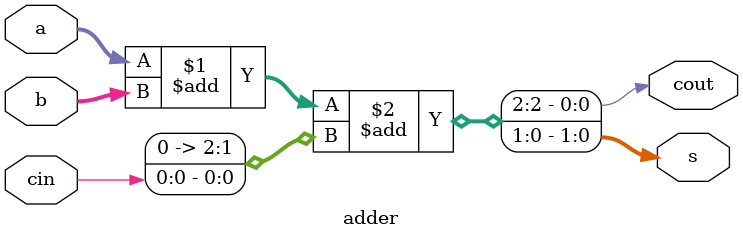
<source format=v>
`timescale 1ns / 1ps



module adder #(parameter N = 2) (
    input [N-1:0] a,
    input [N-1:0] b,
    input cin,
    output [N-1:0] s,
    output cout
    );
    
    // wire cwire[N-2:0];
    
    // genvar i;
    
    // generate
    // for (i = 0; i < N; i = i + 1) begin
    //     if (i == 0)
    //         full_adder fa(.a(a[i]), .b(b[i]), .cin(cin), .s(s[i]), .cout(cwire[i]));
    //     else if (i == N - 1)
    //         full_adder fa(.a(a[i]), .b(b[i]), .cin(cwire[i - 1]), .s(s[i]), .cout(cout));
    //     else
    //         full_adder fa(.a(a[i]), .b(b[i]), .cin(cwire[i - 1]), .s(s[i]), .cout(cwire[i]));
    // end
    // endgenerate
    assign {cout, s} = a + b + {{(N-1){1'B0}}, cin};
endmodule

</source>
